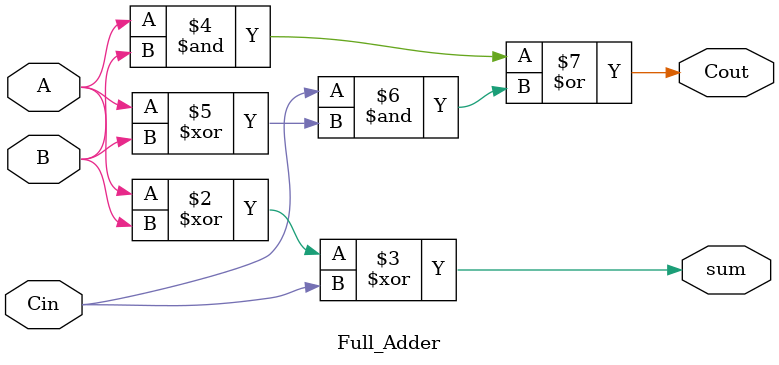
<source format=v>
`timescale 1ns / 1ps


module ripple_carry_8bit(
input signed [7:0] A, B,
input Cin,
output reg signed [7:0] data_out ,
output reg overflow ,
output reg Cout
    );
wire [7:0] carry_out;
wire [7:0] sum_out;
Full_Adder add1( .A(A[0]) , .B(B[0]) , .Cin(Cin) , .sum(sum_out[0]) , .Cout(carry_out[0]));
Full_Adder add2( .A(A[1]) , .B(B[1]) , .Cin(carry_out[0]) , .sum(sum_out[1]) , .Cout(carry_out[1]));
Full_Adder add3( .A(A[2]) , .B(B[2]) , .Cin(carry_out[1]) , .sum(sum_out[2]) , .Cout(carry_out[2]));
Full_Adder add4( .A(A[3]) , .B(B[3]) , .Cin(carry_out[2]) , .sum(sum_out[3]) , .Cout(carry_out[3]));
Full_Adder add5( .A(A[4]) , .B(B[4]) , .Cin(carry_out[3]) , .sum(sum_out[4]) , .Cout(carry_out[4]));
Full_Adder add6( .A(A[5]) , .B(B[5]) , .Cin(carry_out[4]) , .sum(sum_out[5]) , .Cout(carry_out[5]));
Full_Adder add7( .A(A[6]) , .B(B[6]) , .Cin(carry_out[5]) , .sum(sum_out[6]) , .Cout(carry_out[6]));
Full_Adder add8( .A(A[7]) , .B(B[7]) , .Cin(carry_out[6]) , .sum(sum_out[7]) , .Cout(carry_out[7]));

always @(*) begin 
data_out<= sum_out;
overflow<= carry_out[7]^carry_out[6];
Cout<= carry_out[7];
end
endmodule

// Declaring the full adder module 
module Full_Adder ( 
input A,B, Cin,
output reg sum, Cout
);
always @(*) begin
sum<= A^B^Cin ;
Cout <= (A&B)|( Cin &(A^B));
end
endmodule
</source>
